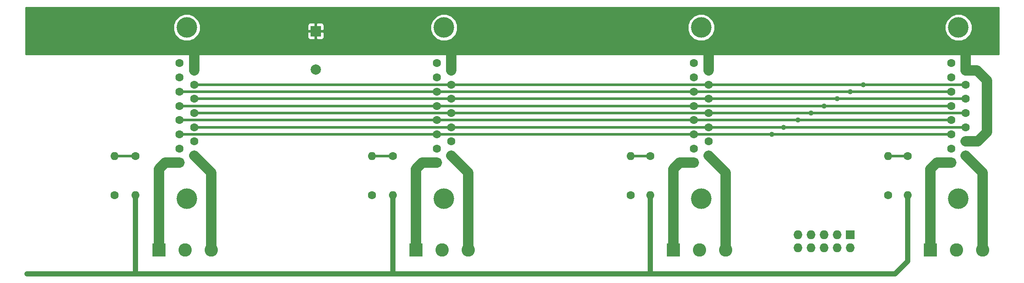
<source format=gbr>
G04 #@! TF.GenerationSoftware,KiCad,Pcbnew,(5.0.0-rc2-dev-444-g2974a2c10)*
G04 #@! TF.CreationDate,2018-06-15T13:30:19+02:00*
G04 #@! TF.ProjectId,BackplanePCB_solder,4261636B706C616E655043425F736F6C,rev?*
G04 #@! TF.SameCoordinates,Original*
G04 #@! TF.FileFunction,Copper,L1,Top,Signal*
G04 #@! TF.FilePolarity,Positive*
%FSLAX46Y46*%
G04 Gerber Fmt 4.6, Leading zero omitted, Abs format (unit mm)*
G04 Created by KiCad (PCBNEW (5.0.0-rc2-dev-444-g2974a2c10)) date 06/15/18 13:30:19*
%MOMM*%
%LPD*%
G01*
G04 APERTURE LIST*
%ADD10R,1.600000X1.600000*%
%ADD11C,1.600000*%
%ADD12C,4.000000*%
%ADD13O,1.727200X1.727200*%
%ADD14R,1.727200X1.727200*%
%ADD15R,2.600000X2.600000*%
%ADD16C,2.600000*%
%ADD17O,1.600000X1.600000*%
%ADD18C,2.000000*%
%ADD19R,2.000000X2.000000*%
%ADD20C,1.000000*%
%ADD21C,0.500000*%
%ADD22C,2.000000*%
%ADD23C,1.000000*%
%ADD24C,0.254000*%
G04 APERTURE END LIST*
D10*
X520000000Y-207000000D03*
D11*
X520000000Y-204230000D03*
X520000000Y-201460000D03*
X520000000Y-198690000D03*
X520000000Y-195920000D03*
X520000000Y-193150000D03*
X520000000Y-190380000D03*
X520000000Y-187610000D03*
X522840000Y-205615000D03*
X522840000Y-202845000D03*
X522840000Y-200075000D03*
X522840000Y-197305000D03*
X522840000Y-194535000D03*
X522840000Y-191765000D03*
X522840000Y-188995000D03*
D12*
X521420000Y-180655000D03*
X521420000Y-213955000D03*
D10*
X470000000Y-207000000D03*
D11*
X470000000Y-204230000D03*
X470000000Y-201460000D03*
X470000000Y-198690000D03*
X470000000Y-195920000D03*
X470000000Y-193150000D03*
X470000000Y-190380000D03*
X470000000Y-187610000D03*
X472840000Y-205615000D03*
X472840000Y-202845000D03*
X472840000Y-200075000D03*
X472840000Y-197305000D03*
X472840000Y-194535000D03*
X472840000Y-191765000D03*
X472840000Y-188995000D03*
D12*
X471420000Y-180655000D03*
X471420000Y-213955000D03*
D10*
X420000000Y-207000000D03*
D11*
X420000000Y-204230000D03*
X420000000Y-201460000D03*
X420000000Y-198690000D03*
X420000000Y-195920000D03*
X420000000Y-193150000D03*
X420000000Y-190380000D03*
X420000000Y-187610000D03*
X422840000Y-205615000D03*
X422840000Y-202845000D03*
X422840000Y-200075000D03*
X422840000Y-197305000D03*
X422840000Y-194535000D03*
X422840000Y-191765000D03*
X422840000Y-188995000D03*
D12*
X421420000Y-180655000D03*
X421420000Y-213955000D03*
X371420000Y-213955000D03*
X371420000Y-180655000D03*
D11*
X372840000Y-188995000D03*
X372840000Y-191765000D03*
X372840000Y-194535000D03*
X372840000Y-197305000D03*
X372840000Y-200075000D03*
X372840000Y-202845000D03*
X372840000Y-205615000D03*
X370000000Y-187610000D03*
X370000000Y-190380000D03*
X370000000Y-193150000D03*
X370000000Y-195920000D03*
X370000000Y-198690000D03*
X370000000Y-201460000D03*
X370000000Y-204230000D03*
D10*
X370000000Y-207000000D03*
D13*
X490220000Y-223520000D03*
X490220000Y-220980000D03*
X492760000Y-223520000D03*
X492760000Y-220980000D03*
X495300000Y-223520000D03*
X495300000Y-220980000D03*
X497840000Y-223520000D03*
X497840000Y-220980000D03*
X500380000Y-223520000D03*
D14*
X500380000Y-220980000D03*
D15*
X516000000Y-224000000D03*
D16*
X521080000Y-224000000D03*
X526160000Y-224000000D03*
X376160000Y-224000000D03*
X371080000Y-224000000D03*
D15*
X366000000Y-224000000D03*
D16*
X476160000Y-224000000D03*
X471080000Y-224000000D03*
D15*
X466000000Y-224000000D03*
X416000000Y-224000000D03*
D16*
X421080000Y-224000000D03*
X426160000Y-224000000D03*
D11*
X511556000Y-205694000D03*
D17*
X511556000Y-213314000D03*
X507746000Y-205694000D03*
D11*
X507746000Y-213314000D03*
D17*
X461518000Y-213314000D03*
D11*
X461518000Y-205694000D03*
X457708000Y-213314000D03*
D17*
X457708000Y-205694000D03*
X411480000Y-213314000D03*
D11*
X411480000Y-205694000D03*
X407416000Y-213314000D03*
D17*
X407416000Y-205694000D03*
D11*
X361442000Y-205694000D03*
D17*
X361442000Y-213314000D03*
X357378000Y-205694000D03*
D11*
X357378000Y-213314000D03*
D18*
X396494000Y-188856000D03*
D19*
X396494000Y-181356000D03*
D20*
X502920000Y-191765000D03*
X500380000Y-193150000D03*
X497840000Y-194535000D03*
X495300000Y-195920000D03*
X492760000Y-197305000D03*
X490220000Y-198690000D03*
X487426000Y-200075000D03*
X485139996Y-201422000D03*
D21*
X511556000Y-205694000D02*
X507746000Y-205694000D01*
X420465002Y-191765000D02*
X422840000Y-191765000D01*
X372840000Y-191765000D02*
X420465002Y-191765000D01*
X423971370Y-191765000D02*
X472840000Y-191765000D01*
X422840000Y-191765000D02*
X423971370Y-191765000D01*
X472840000Y-191765000D02*
X502920000Y-191765000D01*
X502920000Y-191765000D02*
X522840000Y-191765000D01*
X420000000Y-193150000D02*
X370000000Y-193150000D01*
X422374998Y-193150000D02*
X420000000Y-193150000D01*
X470000000Y-193150000D02*
X422374998Y-193150000D01*
X520000000Y-193150000D02*
X500380000Y-193150000D01*
X500380000Y-193150000D02*
X470000000Y-193150000D01*
X372840000Y-194535000D02*
X422840000Y-194535000D01*
X422840000Y-194535000D02*
X472840000Y-194535000D01*
X520465002Y-194535000D02*
X522840000Y-194535000D01*
X472840000Y-194535000D02*
X497840000Y-194535000D01*
X497840000Y-194535000D02*
X520465002Y-194535000D01*
X420000000Y-195920000D02*
X370000000Y-195920000D01*
X422374998Y-195920000D02*
X420000000Y-195920000D01*
X470000000Y-195920000D02*
X422374998Y-195920000D01*
X520000000Y-195920000D02*
X495300000Y-195920000D01*
X495300000Y-195920000D02*
X470000000Y-195920000D01*
X372840000Y-197305000D02*
X422840000Y-197305000D01*
X470465002Y-197305000D02*
X472840000Y-197305000D01*
X422840000Y-197305000D02*
X470465002Y-197305000D01*
X472840000Y-197305000D02*
X492760000Y-197305000D01*
X492760000Y-197305000D02*
X522840000Y-197305000D01*
X372374998Y-198690000D02*
X370000000Y-198690000D01*
X420000000Y-198690000D02*
X372374998Y-198690000D01*
X420000000Y-198690000D02*
X470000000Y-198690000D01*
X520000000Y-198690000D02*
X490220000Y-198690000D01*
X490220000Y-198690000D02*
X470000000Y-198690000D01*
X420465002Y-200075000D02*
X422840000Y-200075000D01*
X372840000Y-200075000D02*
X420465002Y-200075000D01*
X472840000Y-200075000D02*
X422840000Y-200075000D01*
X520465002Y-200075000D02*
X522840000Y-200075000D01*
X487426000Y-200075000D02*
X520465002Y-200075000D01*
X472840000Y-200075000D02*
X487426000Y-200075000D01*
X418868630Y-201460000D02*
X370000000Y-201460000D01*
X420000000Y-201460000D02*
X418868630Y-201460000D01*
X470000000Y-201460000D02*
X420000000Y-201460000D01*
X520000000Y-201460000D02*
X485177996Y-201460000D01*
X485177996Y-201460000D02*
X485139996Y-201422000D01*
X470000000Y-201460000D02*
X485101996Y-201460000D01*
X485101996Y-201460000D02*
X485139996Y-201422000D01*
D22*
X525155000Y-202845000D02*
X522840000Y-202845000D01*
X527000000Y-201000000D02*
X525155000Y-202845000D01*
X527000000Y-191000000D02*
X527000000Y-201000000D01*
X522840000Y-188995000D02*
X524995000Y-188995000D01*
X524995000Y-188995000D02*
X527000000Y-191000000D01*
X372840000Y-187863630D02*
X372840000Y-188995000D01*
X372840000Y-184658000D02*
X372840000Y-187863630D01*
X422840000Y-187863630D02*
X422840000Y-188995000D01*
X372840000Y-184658000D02*
X422840000Y-184658000D01*
X422840000Y-184658000D02*
X422840000Y-187863630D01*
X472840000Y-187863630D02*
X472840000Y-188995000D01*
X422840000Y-184658000D02*
X472840000Y-184658000D01*
X472840000Y-184658000D02*
X472840000Y-187863630D01*
X522840000Y-187863630D02*
X522840000Y-188995000D01*
X472840000Y-184658000D02*
X522840000Y-184658000D01*
X522840000Y-184658000D02*
X522840000Y-187863630D01*
D23*
X361442000Y-213314000D02*
X361442000Y-228600000D01*
X411480000Y-228600000D02*
X361442000Y-228600000D01*
X411480000Y-213314000D02*
X411480000Y-228600000D01*
X461518000Y-228600000D02*
X411480000Y-228600000D01*
X461518000Y-213314000D02*
X461518000Y-228600000D01*
X509143000Y-228600000D02*
X461518000Y-228600000D01*
X511556000Y-213314000D02*
X511556000Y-226187000D01*
X511556000Y-226187000D02*
X509143000Y-228600000D01*
X361442000Y-228600000D02*
X340360000Y-228600000D01*
D22*
X517200000Y-207000000D02*
X520000000Y-207000000D01*
X516000000Y-208200000D02*
X517200000Y-207000000D01*
X516000000Y-224000000D02*
X516000000Y-208200000D01*
X526160000Y-208935000D02*
X522840000Y-205615000D01*
X526160000Y-224000000D02*
X526160000Y-208935000D01*
X476160000Y-208935000D02*
X472840000Y-205615000D01*
X476160000Y-224000000D02*
X476160000Y-208935000D01*
D21*
X457708000Y-205694000D02*
X461518000Y-205694000D01*
D22*
X467200000Y-207000000D02*
X470000000Y-207000000D01*
X466000000Y-208200000D02*
X467200000Y-207000000D01*
X466000000Y-224000000D02*
X466000000Y-208200000D01*
X417200000Y-207000000D02*
X420000000Y-207000000D01*
X416000000Y-208200000D02*
X417200000Y-207000000D01*
X416000000Y-224000000D02*
X416000000Y-208200000D01*
D21*
X407416000Y-205694000D02*
X411480000Y-205694000D01*
D22*
X426160000Y-208935000D02*
X422840000Y-205615000D01*
X426160000Y-224000000D02*
X426160000Y-208935000D01*
X376160000Y-208935000D02*
X372840000Y-205615000D01*
X376160000Y-224000000D02*
X376160000Y-208935000D01*
D21*
X357378000Y-205694000D02*
X361442000Y-205694000D01*
D22*
X367200000Y-207000000D02*
X370000000Y-207000000D01*
X366000000Y-208200000D02*
X367200000Y-207000000D01*
X366000000Y-224000000D02*
X366000000Y-208200000D01*
D24*
G36*
X529290000Y-185873000D02*
X340127000Y-185873000D01*
X340127000Y-180130866D01*
X368785000Y-180130866D01*
X368785000Y-181179134D01*
X369186155Y-182147608D01*
X369927392Y-182888845D01*
X370895866Y-183290000D01*
X371944134Y-183290000D01*
X372912608Y-182888845D01*
X373653845Y-182147608D01*
X373863378Y-181641750D01*
X394859000Y-181641750D01*
X394859000Y-182482309D01*
X394955673Y-182715698D01*
X395134301Y-182894327D01*
X395367690Y-182991000D01*
X396208250Y-182991000D01*
X396367000Y-182832250D01*
X396367000Y-181483000D01*
X396621000Y-181483000D01*
X396621000Y-182832250D01*
X396779750Y-182991000D01*
X397620310Y-182991000D01*
X397853699Y-182894327D01*
X398032327Y-182715698D01*
X398129000Y-182482309D01*
X398129000Y-181641750D01*
X397970250Y-181483000D01*
X396621000Y-181483000D01*
X396367000Y-181483000D01*
X395017750Y-181483000D01*
X394859000Y-181641750D01*
X373863378Y-181641750D01*
X374055000Y-181179134D01*
X374055000Y-180229691D01*
X394859000Y-180229691D01*
X394859000Y-181070250D01*
X395017750Y-181229000D01*
X396367000Y-181229000D01*
X396367000Y-179879750D01*
X396621000Y-179879750D01*
X396621000Y-181229000D01*
X397970250Y-181229000D01*
X398129000Y-181070250D01*
X398129000Y-180229691D01*
X398088066Y-180130866D01*
X418785000Y-180130866D01*
X418785000Y-181179134D01*
X419186155Y-182147608D01*
X419927392Y-182888845D01*
X420895866Y-183290000D01*
X421944134Y-183290000D01*
X422912608Y-182888845D01*
X423653845Y-182147608D01*
X424055000Y-181179134D01*
X424055000Y-180130866D01*
X468785000Y-180130866D01*
X468785000Y-181179134D01*
X469186155Y-182147608D01*
X469927392Y-182888845D01*
X470895866Y-183290000D01*
X471944134Y-183290000D01*
X472912608Y-182888845D01*
X473653845Y-182147608D01*
X474055000Y-181179134D01*
X474055000Y-180130866D01*
X518785000Y-180130866D01*
X518785000Y-181179134D01*
X519186155Y-182147608D01*
X519927392Y-182888845D01*
X520895866Y-183290000D01*
X521944134Y-183290000D01*
X522912608Y-182888845D01*
X523653845Y-182147608D01*
X524055000Y-181179134D01*
X524055000Y-180130866D01*
X523653845Y-179162392D01*
X522912608Y-178421155D01*
X521944134Y-178020000D01*
X520895866Y-178020000D01*
X519927392Y-178421155D01*
X519186155Y-179162392D01*
X518785000Y-180130866D01*
X474055000Y-180130866D01*
X473653845Y-179162392D01*
X472912608Y-178421155D01*
X471944134Y-178020000D01*
X470895866Y-178020000D01*
X469927392Y-178421155D01*
X469186155Y-179162392D01*
X468785000Y-180130866D01*
X424055000Y-180130866D01*
X423653845Y-179162392D01*
X422912608Y-178421155D01*
X421944134Y-178020000D01*
X420895866Y-178020000D01*
X419927392Y-178421155D01*
X419186155Y-179162392D01*
X418785000Y-180130866D01*
X398088066Y-180130866D01*
X398032327Y-179996302D01*
X397853699Y-179817673D01*
X397620310Y-179721000D01*
X396779750Y-179721000D01*
X396621000Y-179879750D01*
X396367000Y-179879750D01*
X396208250Y-179721000D01*
X395367690Y-179721000D01*
X395134301Y-179817673D01*
X394955673Y-179996302D01*
X394859000Y-180229691D01*
X374055000Y-180229691D01*
X374055000Y-180130866D01*
X373653845Y-179162392D01*
X372912608Y-178421155D01*
X371944134Y-178020000D01*
X370895866Y-178020000D01*
X369927392Y-178421155D01*
X369186155Y-179162392D01*
X368785000Y-180130866D01*
X340127000Y-180130866D01*
X340127000Y-176710000D01*
X529290000Y-176710000D01*
X529290000Y-185873000D01*
X529290000Y-185873000D01*
G37*
X529290000Y-185873000D02*
X340127000Y-185873000D01*
X340127000Y-180130866D01*
X368785000Y-180130866D01*
X368785000Y-181179134D01*
X369186155Y-182147608D01*
X369927392Y-182888845D01*
X370895866Y-183290000D01*
X371944134Y-183290000D01*
X372912608Y-182888845D01*
X373653845Y-182147608D01*
X373863378Y-181641750D01*
X394859000Y-181641750D01*
X394859000Y-182482309D01*
X394955673Y-182715698D01*
X395134301Y-182894327D01*
X395367690Y-182991000D01*
X396208250Y-182991000D01*
X396367000Y-182832250D01*
X396367000Y-181483000D01*
X396621000Y-181483000D01*
X396621000Y-182832250D01*
X396779750Y-182991000D01*
X397620310Y-182991000D01*
X397853699Y-182894327D01*
X398032327Y-182715698D01*
X398129000Y-182482309D01*
X398129000Y-181641750D01*
X397970250Y-181483000D01*
X396621000Y-181483000D01*
X396367000Y-181483000D01*
X395017750Y-181483000D01*
X394859000Y-181641750D01*
X373863378Y-181641750D01*
X374055000Y-181179134D01*
X374055000Y-180229691D01*
X394859000Y-180229691D01*
X394859000Y-181070250D01*
X395017750Y-181229000D01*
X396367000Y-181229000D01*
X396367000Y-179879750D01*
X396621000Y-179879750D01*
X396621000Y-181229000D01*
X397970250Y-181229000D01*
X398129000Y-181070250D01*
X398129000Y-180229691D01*
X398088066Y-180130866D01*
X418785000Y-180130866D01*
X418785000Y-181179134D01*
X419186155Y-182147608D01*
X419927392Y-182888845D01*
X420895866Y-183290000D01*
X421944134Y-183290000D01*
X422912608Y-182888845D01*
X423653845Y-182147608D01*
X424055000Y-181179134D01*
X424055000Y-180130866D01*
X468785000Y-180130866D01*
X468785000Y-181179134D01*
X469186155Y-182147608D01*
X469927392Y-182888845D01*
X470895866Y-183290000D01*
X471944134Y-183290000D01*
X472912608Y-182888845D01*
X473653845Y-182147608D01*
X474055000Y-181179134D01*
X474055000Y-180130866D01*
X518785000Y-180130866D01*
X518785000Y-181179134D01*
X519186155Y-182147608D01*
X519927392Y-182888845D01*
X520895866Y-183290000D01*
X521944134Y-183290000D01*
X522912608Y-182888845D01*
X523653845Y-182147608D01*
X524055000Y-181179134D01*
X524055000Y-180130866D01*
X523653845Y-179162392D01*
X522912608Y-178421155D01*
X521944134Y-178020000D01*
X520895866Y-178020000D01*
X519927392Y-178421155D01*
X519186155Y-179162392D01*
X518785000Y-180130866D01*
X474055000Y-180130866D01*
X473653845Y-179162392D01*
X472912608Y-178421155D01*
X471944134Y-178020000D01*
X470895866Y-178020000D01*
X469927392Y-178421155D01*
X469186155Y-179162392D01*
X468785000Y-180130866D01*
X424055000Y-180130866D01*
X423653845Y-179162392D01*
X422912608Y-178421155D01*
X421944134Y-178020000D01*
X420895866Y-178020000D01*
X419927392Y-178421155D01*
X419186155Y-179162392D01*
X418785000Y-180130866D01*
X398088066Y-180130866D01*
X398032327Y-179996302D01*
X397853699Y-179817673D01*
X397620310Y-179721000D01*
X396779750Y-179721000D01*
X396621000Y-179879750D01*
X396367000Y-179879750D01*
X396208250Y-179721000D01*
X395367690Y-179721000D01*
X395134301Y-179817673D01*
X394955673Y-179996302D01*
X394859000Y-180229691D01*
X374055000Y-180229691D01*
X374055000Y-180130866D01*
X373653845Y-179162392D01*
X372912608Y-178421155D01*
X371944134Y-178020000D01*
X370895866Y-178020000D01*
X369927392Y-178421155D01*
X369186155Y-179162392D01*
X368785000Y-180130866D01*
X340127000Y-180130866D01*
X340127000Y-176710000D01*
X529290000Y-176710000D01*
X529290000Y-185873000D01*
M02*

</source>
